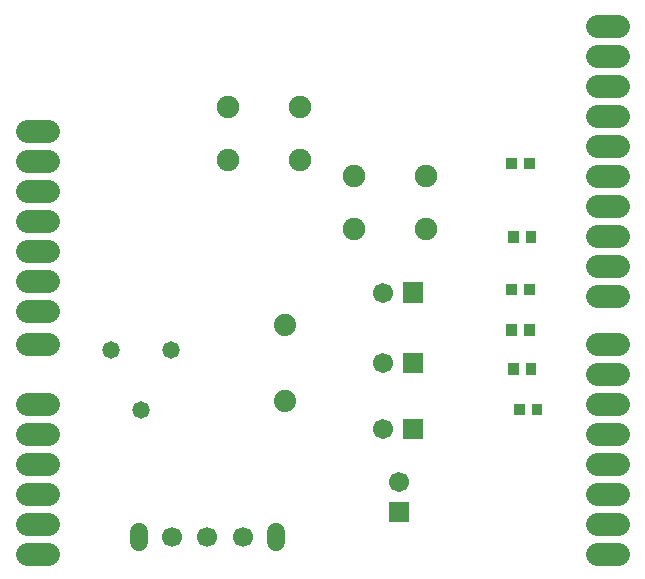
<source format=gts>
G04 Layer: TopSolderMaskLayer*
G04 EasyEDA v6.4.25, 2021-11-23T19:48:26+05:30*
G04 6deea0fc31d746a092a9f6c351e50df0,9f4002972f33485ea6085689b454d61d,10*
G04 Gerber Generator version 0.2*
G04 Scale: 100 percent, Rotated: No, Reflected: No *
G04 Dimensions in millimeters *
G04 leading zeros omitted , absolute positions ,4 integer and 5 decimal *
%FSLAX45Y45*%
%MOMM*%

%ADD20C,1.9812*%
%ADD21C,1.5000*%
%ADD22C,1.8796*%
%ADD23C,1.4732*%
%ADD25C,1.9016*%
%ADD26C,1.7000*%
%ADD27R,1.7016X1.7016*%
%ADD28C,1.7016*%

%LPD*%
D20*
X876300Y5080000D02*
G01*
X698500Y5080000D01*
X876300Y4826000D02*
G01*
X698500Y4826000D01*
X876300Y4572000D02*
G01*
X698500Y4572000D01*
X876300Y4318000D02*
G01*
X698500Y4318000D01*
X876300Y4064000D02*
G01*
X698500Y4064000D01*
X876300Y3784600D02*
G01*
X698500Y3784600D01*
X876300Y3276600D02*
G01*
X698500Y3276600D01*
X876300Y3022600D02*
G01*
X698500Y3022600D01*
X876300Y2768600D02*
G01*
X698500Y2768600D01*
X876300Y2514600D02*
G01*
X698500Y2514600D01*
X876300Y2260600D02*
G01*
X698500Y2260600D01*
X876300Y2006600D02*
G01*
X698500Y2006600D01*
X5702300Y2006600D02*
G01*
X5524500Y2006600D01*
X5702300Y2260600D02*
G01*
X5524500Y2260600D01*
X5702300Y2514600D02*
G01*
X5524500Y2514600D01*
X5702300Y2768600D02*
G01*
X5524500Y2768600D01*
X5702300Y3022600D02*
G01*
X5524500Y3022600D01*
X5702300Y3276600D02*
G01*
X5524500Y3276600D01*
X5702300Y3530600D02*
G01*
X5524500Y3530600D01*
X5702300Y3784600D02*
G01*
X5524500Y3784600D01*
X5702300Y4191000D02*
G01*
X5524500Y4191000D01*
X5702300Y4445000D02*
G01*
X5524500Y4445000D01*
X5702300Y4699000D02*
G01*
X5524500Y4699000D01*
X5702300Y4953000D02*
G01*
X5524500Y4953000D01*
X5702300Y5207000D02*
G01*
X5524500Y5207000D01*
X5702300Y5461000D02*
G01*
X5524500Y5461000D01*
X5702300Y5715000D02*
G01*
X5524500Y5715000D01*
X5702300Y5969000D02*
G01*
X5524500Y5969000D01*
X5702300Y6223000D02*
G01*
X5524500Y6223000D01*
X5702300Y6477000D02*
G01*
X5524500Y6477000D01*
X876300Y5334000D02*
G01*
X698500Y5334000D01*
X876300Y5588000D02*
G01*
X698500Y5588000D01*
D21*
X1642490Y2106300D02*
G01*
X1642490Y2186299D01*
X2802483Y2106300D02*
G01*
X2802483Y2186299D01*
D22*
G01*
X2882900Y3294379D03*
G01*
X2882900Y3944620D03*
D23*
G01*
X1409700Y3733800D03*
G01*
X1917700Y3733800D03*
G01*
X1663700Y3225800D03*
G36*
X4756150Y4193539D02*
G01*
X4756150Y4290060D01*
X4846827Y4290060D01*
X4846827Y4193539D01*
G37*
G36*
X4906772Y4193539D02*
G01*
X4906772Y4290060D01*
X4997450Y4290060D01*
X4997450Y4193539D01*
G37*
G36*
X4756150Y3850639D02*
G01*
X4756150Y3947160D01*
X4846827Y3947160D01*
X4846827Y3850639D01*
G37*
G36*
X4906772Y3850639D02*
G01*
X4906772Y3947160D01*
X4997450Y3947160D01*
X4997450Y3850639D01*
G37*
G36*
X4768850Y3520439D02*
G01*
X4768850Y3616960D01*
X4859527Y3616960D01*
X4859527Y3520439D01*
G37*
G36*
X4919472Y3520439D02*
G01*
X4919472Y3616960D01*
X5010150Y3616960D01*
X5010150Y3520439D01*
G37*
G36*
X4819650Y3177539D02*
G01*
X4819650Y3274060D01*
X4910327Y3274060D01*
X4910327Y3177539D01*
G37*
G36*
X4970272Y3177539D02*
G01*
X4970272Y3274060D01*
X5060950Y3274060D01*
X5060950Y3177539D01*
G37*
G36*
X4919472Y4638039D02*
G01*
X4919472Y4734560D01*
X5010150Y4734560D01*
X5010150Y4638039D01*
G37*
G36*
X4768850Y4638039D02*
G01*
X4768850Y4734560D01*
X4859527Y4734560D01*
X4859527Y4638039D01*
G37*
D25*
G01*
X3010103Y5337606D03*
G01*
X2400096Y5337606D03*
G01*
X3010103Y5787593D03*
G01*
X2400096Y5787593D03*
G01*
X4076903Y4753406D03*
G01*
X3466896Y4753406D03*
G01*
X4076903Y5203393D03*
G01*
X3466896Y5203393D03*
D26*
G01*
X2522499Y2146300D03*
G01*
X2222500Y2146300D03*
G01*
X1922500Y2146300D03*
G36*
X3877309Y4131310D02*
G01*
X3877309Y4301489D01*
X4047490Y4301489D01*
X4047490Y4131310D01*
G37*
D28*
G01*
X3708400Y4216400D03*
G36*
X3877309Y3534410D02*
G01*
X3877309Y3704589D01*
X4047490Y3704589D01*
X4047490Y3534410D01*
G37*
G01*
X3708400Y3619500D03*
G36*
X3877309Y2975610D02*
G01*
X3877309Y3145789D01*
X4047490Y3145789D01*
X4047490Y2975610D01*
G37*
G01*
X3708400Y3060700D03*
D27*
G01*
X3848100Y2362200D03*
D28*
G01*
X3848100Y2616200D03*
G36*
X4906772Y5260339D02*
G01*
X4906772Y5356860D01*
X4997450Y5356860D01*
X4997450Y5260339D01*
G37*
G36*
X4756150Y5260339D02*
G01*
X4756150Y5356860D01*
X4846827Y5356860D01*
X4846827Y5260339D01*
G37*
M02*

</source>
